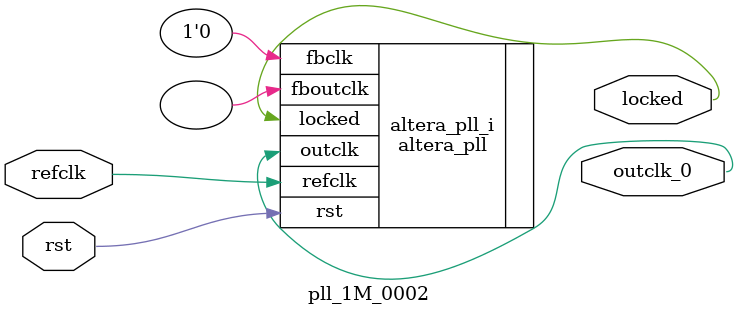
<source format=v>
`timescale 1ns/10ps
module  pll_1M_0002(

	// interface 'refclk'
	input wire refclk,

	// interface 'reset'
	input wire rst,

	// interface 'outclk0'
	output wire outclk_0,

	// interface 'locked'
	output wire locked
);

	altera_pll #(
		.fractional_vco_multiplier("false"),
		.reference_clock_frequency("50.0 MHz"),
		.operation_mode("direct"),
		.number_of_clocks(1),
		.output_clock_frequency0("16.000000 MHz"),
		.phase_shift0("0 ps"),
		.duty_cycle0(50),
		.output_clock_frequency1("0 MHz"),
		.phase_shift1("0 ps"),
		.duty_cycle1(50),
		.output_clock_frequency2("0 MHz"),
		.phase_shift2("0 ps"),
		.duty_cycle2(50),
		.output_clock_frequency3("0 MHz"),
		.phase_shift3("0 ps"),
		.duty_cycle3(50),
		.output_clock_frequency4("0 MHz"),
		.phase_shift4("0 ps"),
		.duty_cycle4(50),
		.output_clock_frequency5("0 MHz"),
		.phase_shift5("0 ps"),
		.duty_cycle5(50),
		.output_clock_frequency6("0 MHz"),
		.phase_shift6("0 ps"),
		.duty_cycle6(50),
		.output_clock_frequency7("0 MHz"),
		.phase_shift7("0 ps"),
		.duty_cycle7(50),
		.output_clock_frequency8("0 MHz"),
		.phase_shift8("0 ps"),
		.duty_cycle8(50),
		.output_clock_frequency9("0 MHz"),
		.phase_shift9("0 ps"),
		.duty_cycle9(50),
		.output_clock_frequency10("0 MHz"),
		.phase_shift10("0 ps"),
		.duty_cycle10(50),
		.output_clock_frequency11("0 MHz"),
		.phase_shift11("0 ps"),
		.duty_cycle11(50),
		.output_clock_frequency12("0 MHz"),
		.phase_shift12("0 ps"),
		.duty_cycle12(50),
		.output_clock_frequency13("0 MHz"),
		.phase_shift13("0 ps"),
		.duty_cycle13(50),
		.output_clock_frequency14("0 MHz"),
		.phase_shift14("0 ps"),
		.duty_cycle14(50),
		.output_clock_frequency15("0 MHz"),
		.phase_shift15("0 ps"),
		.duty_cycle15(50),
		.output_clock_frequency16("0 MHz"),
		.phase_shift16("0 ps"),
		.duty_cycle16(50),
		.output_clock_frequency17("0 MHz"),
		.phase_shift17("0 ps"),
		.duty_cycle17(50),
		.pll_type("General"),
		.pll_subtype("General")
	) altera_pll_i (
		.rst	(rst),
		.outclk	({outclk_0}),
		.locked	(locked),
		.fboutclk	( ),
		.fbclk	(1'b0),
		.refclk	(refclk)
	);
endmodule


</source>
